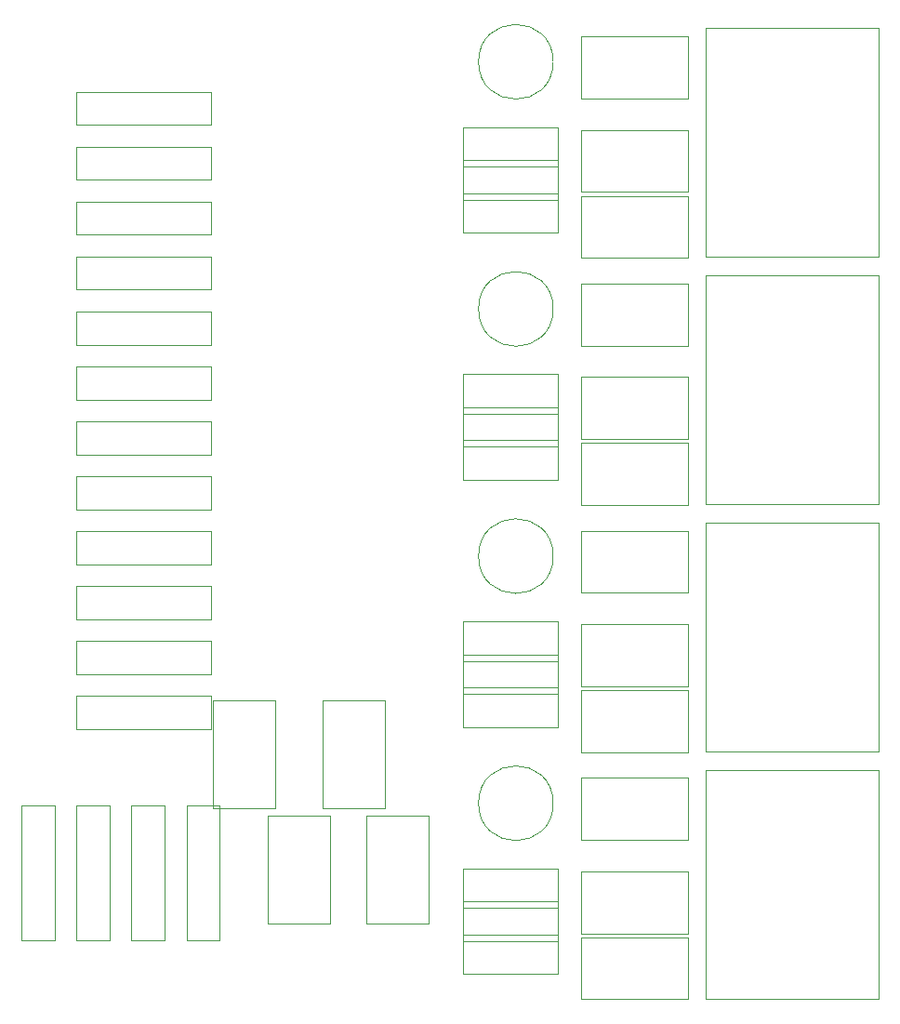
<source format=gbr>
%TF.GenerationSoftware,KiCad,Pcbnew,(5.1.9)-1*%
%TF.CreationDate,2021-08-01T10:14:43-03:00*%
%TF.ProjectId,BTIBR-PCB,42544942-522d-4504-9342-2e6b69636164,rev?*%
%TF.SameCoordinates,Original*%
%TF.FileFunction,Other,User*%
%FSLAX46Y46*%
G04 Gerber Fmt 4.6, Leading zero omitted, Abs format (unit mm)*
G04 Created by KiCad (PCBNEW (5.1.9)-1) date 2021-08-01 10:14:43*
%MOMM*%
%LPD*%
G01*
G04 APERTURE LIST*
%ADD10C,0.050000*%
G04 APERTURE END LIST*
D10*
%TO.C,C1*%
X157900000Y-58250000D02*
G75*
G03*
X157900000Y-58250000I-3400000J0D01*
G01*
%TO.C,C2*%
X157900000Y-125750000D02*
G75*
G03*
X157900000Y-125750000I-3400000J0D01*
G01*
%TO.C,C3*%
X157900000Y-80750000D02*
G75*
G03*
X157900000Y-80750000I-3400000J0D01*
G01*
%TO.C,C4*%
X157900000Y-103250000D02*
G75*
G03*
X157900000Y-103250000I-3400000J0D01*
G01*
%TO.C,J3*%
X158300000Y-67800000D02*
X158300000Y-64200000D01*
X149650000Y-67800000D02*
X158300000Y-67800000D01*
X149650000Y-64200000D02*
X149650000Y-67800000D01*
X158300000Y-64200000D02*
X149650000Y-64200000D01*
%TO.C,J4*%
X158300000Y-90300000D02*
X158300000Y-86700000D01*
X149650000Y-90300000D02*
X158300000Y-90300000D01*
X149650000Y-86700000D02*
X149650000Y-90300000D01*
X158300000Y-86700000D02*
X149650000Y-86700000D01*
%TO.C,J8*%
X158300000Y-67200000D02*
X149650000Y-67200000D01*
X149650000Y-67200000D02*
X149650000Y-70800000D01*
X149650000Y-70800000D02*
X158300000Y-70800000D01*
X158300000Y-70800000D02*
X158300000Y-67200000D01*
%TO.C,J9*%
X158300000Y-89700000D02*
X149650000Y-89700000D01*
X149650000Y-89700000D02*
X149650000Y-93300000D01*
X149650000Y-93300000D02*
X158300000Y-93300000D01*
X158300000Y-93300000D02*
X158300000Y-89700000D01*
%TO.C,J10*%
X158300000Y-73800000D02*
X158300000Y-70200000D01*
X149650000Y-73800000D02*
X158300000Y-73800000D01*
X149650000Y-70200000D02*
X149650000Y-73800000D01*
X158300000Y-70200000D02*
X149650000Y-70200000D01*
%TO.C,J11*%
X158300000Y-96300000D02*
X158300000Y-92700000D01*
X149650000Y-96300000D02*
X158300000Y-96300000D01*
X149650000Y-92700000D02*
X149650000Y-96300000D01*
X158300000Y-92700000D02*
X149650000Y-92700000D01*
%TO.C,J14*%
X158300000Y-109200000D02*
X149650000Y-109200000D01*
X149650000Y-109200000D02*
X149650000Y-112800000D01*
X149650000Y-112800000D02*
X158300000Y-112800000D01*
X158300000Y-112800000D02*
X158300000Y-109200000D01*
%TO.C,J15*%
X158300000Y-131700000D02*
X149650000Y-131700000D01*
X149650000Y-131700000D02*
X149650000Y-135300000D01*
X149650000Y-135300000D02*
X158300000Y-135300000D01*
X158300000Y-135300000D02*
X158300000Y-131700000D01*
%TO.C,J18*%
X158300000Y-115800000D02*
X158300000Y-112200000D01*
X149650000Y-115800000D02*
X158300000Y-115800000D01*
X149650000Y-112200000D02*
X149650000Y-115800000D01*
X158300000Y-112200000D02*
X149650000Y-112200000D01*
%TO.C,J19*%
X158300000Y-138300000D02*
X158300000Y-134700000D01*
X149650000Y-138300000D02*
X158300000Y-138300000D01*
X149650000Y-134700000D02*
X149650000Y-138300000D01*
X158300000Y-134700000D02*
X149650000Y-134700000D01*
%TO.C,J20*%
X158300000Y-115200000D02*
X149650000Y-115200000D01*
X149650000Y-115200000D02*
X149650000Y-118800000D01*
X149650000Y-118800000D02*
X158300000Y-118800000D01*
X158300000Y-118800000D02*
X158300000Y-115200000D01*
%TO.C,J21*%
X158300000Y-137700000D02*
X149650000Y-137700000D01*
X149650000Y-137700000D02*
X149650000Y-141300000D01*
X149650000Y-141300000D02*
X158300000Y-141300000D01*
X158300000Y-141300000D02*
X158300000Y-137700000D01*
%TO.C,U1*%
X132590000Y-116400000D02*
X126940000Y-116400000D01*
X126940000Y-116400000D02*
X126940000Y-126200000D01*
X126940000Y-126200000D02*
X132590000Y-126200000D01*
X132590000Y-126200000D02*
X132590000Y-116400000D01*
%TO.C,U2*%
X137590000Y-136700000D02*
X137590000Y-126900000D01*
X131940000Y-136700000D02*
X137590000Y-136700000D01*
X131940000Y-126900000D02*
X131940000Y-136700000D01*
X137590000Y-126900000D02*
X131940000Y-126900000D01*
%TO.C,U3*%
X171790000Y-55200000D02*
X187530000Y-55200000D01*
X171790000Y-55200000D02*
X171790000Y-76020000D01*
X187530000Y-76020000D02*
X187530000Y-55200000D01*
X187530000Y-76020000D02*
X171790000Y-76020000D01*
%TO.C,U4*%
X187530000Y-98520000D02*
X171790000Y-98520000D01*
X187530000Y-98520000D02*
X187530000Y-77700000D01*
X171790000Y-77700000D02*
X171790000Y-98520000D01*
X171790000Y-77700000D02*
X187530000Y-77700000D01*
%TO.C,U5*%
X142550000Y-126200000D02*
X142550000Y-116400000D01*
X136900000Y-126200000D02*
X142550000Y-126200000D01*
X136900000Y-116400000D02*
X136900000Y-126200000D01*
X142550000Y-116400000D02*
X136900000Y-116400000D01*
%TO.C,U6*%
X146550000Y-126900000D02*
X140900000Y-126900000D01*
X140900000Y-126900000D02*
X140900000Y-136700000D01*
X140900000Y-136700000D02*
X146550000Y-136700000D01*
X146550000Y-136700000D02*
X146550000Y-126900000D01*
%TO.C,U7*%
X160400000Y-55950000D02*
X160400000Y-61600000D01*
X160400000Y-61600000D02*
X170200000Y-61600000D01*
X170200000Y-61600000D02*
X170200000Y-55950000D01*
X170200000Y-55950000D02*
X160400000Y-55950000D01*
%TO.C,U8*%
X160400000Y-78450000D02*
X160400000Y-84100000D01*
X160400000Y-84100000D02*
X170200000Y-84100000D01*
X170200000Y-84100000D02*
X170200000Y-78450000D01*
X170200000Y-78450000D02*
X160400000Y-78450000D01*
%TO.C,U9*%
X170200000Y-64450000D02*
X160400000Y-64450000D01*
X170200000Y-70100000D02*
X170200000Y-64450000D01*
X160400000Y-70100000D02*
X170200000Y-70100000D01*
X160400000Y-64450000D02*
X160400000Y-70100000D01*
%TO.C,U10*%
X170200000Y-86950000D02*
X160400000Y-86950000D01*
X170200000Y-92600000D02*
X170200000Y-86950000D01*
X160400000Y-92600000D02*
X170200000Y-92600000D01*
X160400000Y-86950000D02*
X160400000Y-92600000D01*
%TO.C,U11*%
X171790000Y-100200000D02*
X187530000Y-100200000D01*
X171790000Y-100200000D02*
X171790000Y-121020000D01*
X187530000Y-121020000D02*
X187530000Y-100200000D01*
X187530000Y-121020000D02*
X171790000Y-121020000D01*
%TO.C,U12*%
X187530000Y-143520000D02*
X171790000Y-143520000D01*
X187530000Y-143520000D02*
X187530000Y-122700000D01*
X171790000Y-122700000D02*
X171790000Y-143520000D01*
X171790000Y-122700000D02*
X187530000Y-122700000D01*
%TO.C,U13*%
X160400000Y-70450000D02*
X160400000Y-76100000D01*
X160400000Y-76100000D02*
X170200000Y-76100000D01*
X170200000Y-76100000D02*
X170200000Y-70450000D01*
X170200000Y-70450000D02*
X160400000Y-70450000D01*
%TO.C,U14*%
X170200000Y-92950000D02*
X160400000Y-92950000D01*
X170200000Y-98600000D02*
X170200000Y-92950000D01*
X160400000Y-98600000D02*
X170200000Y-98600000D01*
X160400000Y-92950000D02*
X160400000Y-98600000D01*
%TO.C,U15*%
X170200000Y-100950000D02*
X160400000Y-100950000D01*
X170200000Y-106600000D02*
X170200000Y-100950000D01*
X160400000Y-106600000D02*
X170200000Y-106600000D01*
X160400000Y-100950000D02*
X160400000Y-106600000D01*
%TO.C,U16*%
X170200000Y-123450000D02*
X160400000Y-123450000D01*
X170200000Y-129100000D02*
X170200000Y-123450000D01*
X160400000Y-129100000D02*
X170200000Y-129100000D01*
X160400000Y-123450000D02*
X160400000Y-129100000D01*
%TO.C,U17*%
X160400000Y-109450000D02*
X160400000Y-115100000D01*
X160400000Y-115100000D02*
X170200000Y-115100000D01*
X170200000Y-115100000D02*
X170200000Y-109450000D01*
X170200000Y-109450000D02*
X160400000Y-109450000D01*
%TO.C,U18*%
X160400000Y-131950000D02*
X160400000Y-137600000D01*
X160400000Y-137600000D02*
X170200000Y-137600000D01*
X170200000Y-137600000D02*
X170200000Y-131950000D01*
X170200000Y-131950000D02*
X160400000Y-131950000D01*
%TO.C,U19*%
X160400000Y-115450000D02*
X160400000Y-121100000D01*
X160400000Y-121100000D02*
X170200000Y-121100000D01*
X170200000Y-121100000D02*
X170200000Y-115450000D01*
X170200000Y-115450000D02*
X160400000Y-115450000D01*
%TO.C,U20*%
X170200000Y-137950000D02*
X160400000Y-137950000D01*
X170200000Y-143600000D02*
X170200000Y-137950000D01*
X160400000Y-143600000D02*
X170200000Y-143600000D01*
X160400000Y-137950000D02*
X160400000Y-143600000D01*
%TO.C,R1*%
X112500000Y-138210000D02*
X112500000Y-125950000D01*
X109500000Y-138210000D02*
X112500000Y-138210000D01*
X109500000Y-125950000D02*
X109500000Y-138210000D01*
X112500000Y-125950000D02*
X109500000Y-125950000D01*
%TO.C,R2*%
X117500000Y-138210000D02*
X117500000Y-125950000D01*
X114500000Y-138210000D02*
X117500000Y-138210000D01*
X114500000Y-125950000D02*
X114500000Y-138210000D01*
X117500000Y-125950000D02*
X114500000Y-125950000D01*
%TO.C,R3*%
X122500000Y-125950000D02*
X119500000Y-125950000D01*
X119500000Y-125950000D02*
X119500000Y-138210000D01*
X119500000Y-138210000D02*
X122500000Y-138210000D01*
X122500000Y-138210000D02*
X122500000Y-125950000D01*
%TO.C,R4*%
X127500000Y-138210000D02*
X127500000Y-125950000D01*
X124500000Y-138210000D02*
X127500000Y-138210000D01*
X124500000Y-125950000D02*
X124500000Y-138210000D01*
X127500000Y-125950000D02*
X124500000Y-125950000D01*
%TO.C,R5*%
X114450000Y-64000000D02*
X126710000Y-64000000D01*
X114450000Y-61000000D02*
X114450000Y-64000000D01*
X126710000Y-61000000D02*
X114450000Y-61000000D01*
X126710000Y-64000000D02*
X126710000Y-61000000D01*
%TO.C,R6*%
X126710000Y-79000000D02*
X126710000Y-76000000D01*
X126710000Y-76000000D02*
X114450000Y-76000000D01*
X114450000Y-76000000D02*
X114450000Y-79000000D01*
X114450000Y-79000000D02*
X126710000Y-79000000D01*
%TO.C,R7*%
X126710000Y-69000000D02*
X126710000Y-66000000D01*
X126710000Y-66000000D02*
X114450000Y-66000000D01*
X114450000Y-66000000D02*
X114450000Y-69000000D01*
X114450000Y-69000000D02*
X126710000Y-69000000D01*
%TO.C,R8*%
X114450000Y-84000000D02*
X126710000Y-84000000D01*
X114450000Y-81000000D02*
X114450000Y-84000000D01*
X126710000Y-81000000D02*
X114450000Y-81000000D01*
X126710000Y-84000000D02*
X126710000Y-81000000D01*
%TO.C,R9*%
X126710000Y-74000000D02*
X126710000Y-71000000D01*
X126710000Y-71000000D02*
X114450000Y-71000000D01*
X114450000Y-71000000D02*
X114450000Y-74000000D01*
X114450000Y-74000000D02*
X126710000Y-74000000D01*
%TO.C,R10*%
X114450000Y-89000000D02*
X126710000Y-89000000D01*
X114450000Y-86000000D02*
X114450000Y-89000000D01*
X126710000Y-86000000D02*
X114450000Y-86000000D01*
X126710000Y-89000000D02*
X126710000Y-86000000D01*
%TO.C,R11*%
X114450000Y-94000000D02*
X126710000Y-94000000D01*
X114450000Y-91000000D02*
X114450000Y-94000000D01*
X126710000Y-91000000D02*
X114450000Y-91000000D01*
X126710000Y-94000000D02*
X126710000Y-91000000D01*
%TO.C,R12*%
X126710000Y-109000000D02*
X126710000Y-106000000D01*
X126710000Y-106000000D02*
X114450000Y-106000000D01*
X114450000Y-106000000D02*
X114450000Y-109000000D01*
X114450000Y-109000000D02*
X126710000Y-109000000D01*
%TO.C,R13*%
X126710000Y-99000000D02*
X126710000Y-96000000D01*
X126710000Y-96000000D02*
X114450000Y-96000000D01*
X114450000Y-96000000D02*
X114450000Y-99000000D01*
X114450000Y-99000000D02*
X126710000Y-99000000D01*
%TO.C,R14*%
X114450000Y-114000000D02*
X126710000Y-114000000D01*
X114450000Y-111000000D02*
X114450000Y-114000000D01*
X126710000Y-111000000D02*
X114450000Y-111000000D01*
X126710000Y-114000000D02*
X126710000Y-111000000D01*
%TO.C,R15*%
X126710000Y-104000000D02*
X126710000Y-101000000D01*
X126710000Y-101000000D02*
X114450000Y-101000000D01*
X114450000Y-101000000D02*
X114450000Y-104000000D01*
X114450000Y-104000000D02*
X126710000Y-104000000D01*
%TO.C,R16*%
X126710000Y-119000000D02*
X126710000Y-116000000D01*
X126710000Y-116000000D02*
X114450000Y-116000000D01*
X114450000Y-116000000D02*
X114450000Y-119000000D01*
X114450000Y-119000000D02*
X126710000Y-119000000D01*
%TD*%
M02*

</source>
